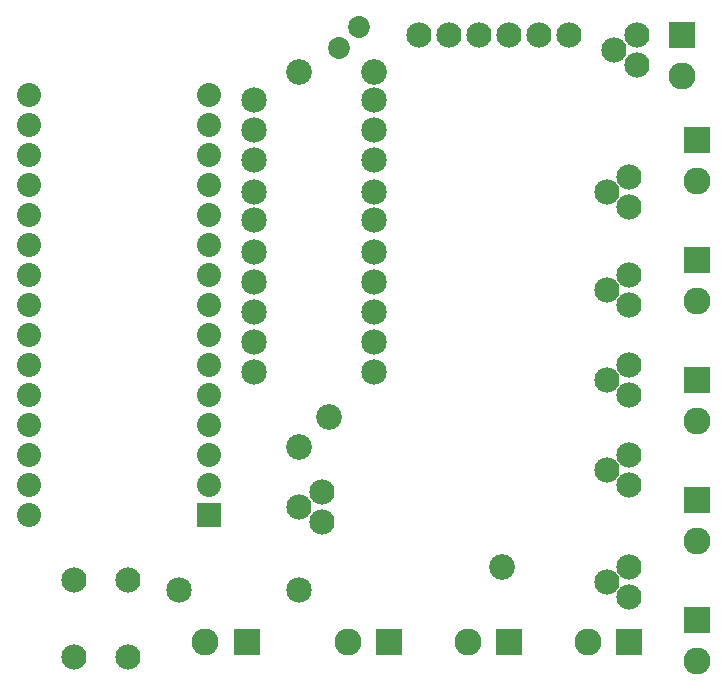
<source format=gbs>
G04 MADE WITH FRITZING*
G04 WWW.FRITZING.ORG*
G04 DOUBLE SIDED*
G04 HOLES PLATED*
G04 CONTOUR ON CENTER OF CONTOUR VECTOR*
%ASAXBY*%
%FSLAX23Y23*%
%MOIN*%
%OFA0B0*%
%SFA1.0B1.0*%
%ADD10C,0.084000*%
%ADD11C,0.090000*%
%ADD12C,0.085000*%
%ADD13C,0.072992*%
%ADD14C,0.080000*%
%ADD15C,0.085433*%
%ADD16R,0.090000X0.090000*%
%ADD17R,0.079972X0.080000*%
%ADD18C,0.025748*%
%LNMASK0*%
G90*
G70*
G54D10*
X1864Y2206D03*
X1764Y2206D03*
X1664Y2206D03*
X1564Y2206D03*
X1464Y2206D03*
X1364Y2206D03*
X214Y131D03*
X214Y387D03*
X392Y131D03*
X392Y387D03*
X2064Y1306D03*
X1989Y1356D03*
X2064Y1406D03*
X2064Y1006D03*
X1989Y1056D03*
X2064Y1106D03*
X1039Y581D03*
X964Y631D03*
X1039Y681D03*
X2064Y331D03*
X1989Y381D03*
X2064Y431D03*
X2064Y706D03*
X1989Y756D03*
X2064Y806D03*
X2064Y1631D03*
X1989Y1681D03*
X2064Y1731D03*
X2089Y2106D03*
X2014Y2156D03*
X2089Y2206D03*
G54D11*
X2064Y181D03*
X1926Y181D03*
X2288Y1056D03*
X2288Y918D03*
X2288Y1456D03*
X2288Y1318D03*
X1664Y181D03*
X1526Y181D03*
X1264Y181D03*
X1126Y181D03*
X789Y181D03*
X651Y181D03*
X2288Y256D03*
X2288Y118D03*
X2288Y656D03*
X2288Y518D03*
X2288Y1856D03*
X2288Y1718D03*
X2239Y2206D03*
X2239Y2068D03*
G54D12*
X812Y1787D03*
X1212Y1787D03*
X812Y1587D03*
X1212Y1587D03*
X814Y1281D03*
X1214Y1281D03*
X964Y356D03*
X564Y356D03*
X812Y1987D03*
X1212Y1987D03*
X814Y1681D03*
X1214Y1681D03*
X814Y1481D03*
X1214Y1481D03*
X814Y1181D03*
X1214Y1181D03*
X814Y1381D03*
X1214Y1381D03*
X814Y1081D03*
X1214Y1081D03*
X812Y1887D03*
X1212Y1887D03*
G54D13*
X1095Y2162D03*
X1164Y2231D03*
G54D14*
X664Y606D03*
X664Y706D03*
X664Y806D03*
X664Y906D03*
X664Y1006D03*
X664Y1106D03*
X664Y1206D03*
X664Y1306D03*
X664Y1406D03*
X664Y1506D03*
X664Y1606D03*
X664Y1706D03*
X664Y1806D03*
X664Y1906D03*
X664Y2006D03*
X64Y606D03*
X64Y706D03*
X64Y806D03*
X64Y906D03*
X64Y1006D03*
X64Y1106D03*
X64Y1206D03*
X64Y1306D03*
X64Y1406D03*
X64Y1506D03*
X64Y1606D03*
X64Y1706D03*
X64Y1806D03*
X64Y1906D03*
X64Y2006D03*
G54D15*
X1064Y931D03*
X964Y2081D03*
X1214Y2081D03*
X964Y831D03*
X1639Y431D03*
G54D16*
X2064Y181D03*
X2288Y1056D03*
X2288Y1456D03*
X1664Y181D03*
X1264Y181D03*
X789Y181D03*
X2288Y256D03*
X2288Y656D03*
X2288Y1856D03*
X2239Y2206D03*
G54D17*
X664Y606D03*
G54D18*
G36*
X1128Y2162D02*
X1095Y2128D01*
X1061Y2162D01*
X1095Y2195D01*
X1128Y2162D01*
G37*
D02*
G04 End of Mask0*
M02*
</source>
